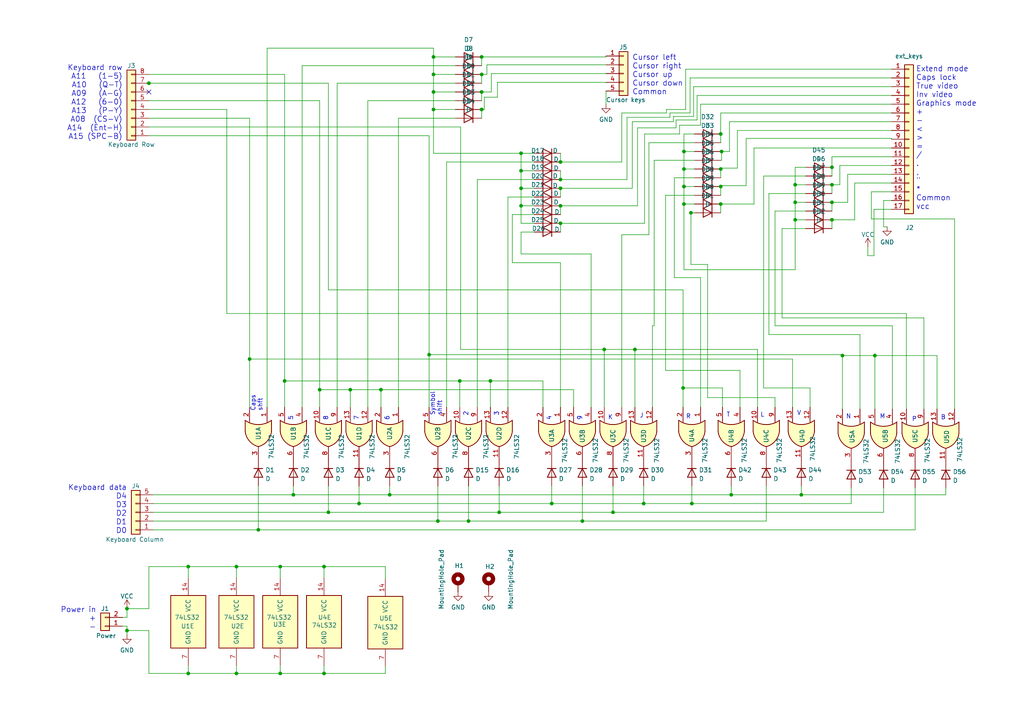
<source format=kicad_sch>
(kicad_sch (version 20211123) (generator eeschema)
  (paper "A4")
  (lib_symbols
    (symbol "74xx:74LS32" (pin_names (offset 1.016))
      (property "Reference" "U" (at 0 1.27 0))
      (property "Value" "74LS32" (at 0 -1.27 0))
      (symbol "74LS32_1_1"
        (pin input line (at -7.62 2.54 0) (length 4.318) (name "~") (number "1"))
        (pin input line (at -7.62 -2.54 0) (length 4.318) (name "~") (number "2"))
        (pin output line (at 7.62 0 180) (length 3.81) (name "~") (number "3"))
      )
      (symbol "74LS32_1_2"
        (pin input inverted (at -7.62 2.54 0) (length 3.81) (name "~") (number "1"))
        (pin input inverted (at -7.62 -2.54 0) (length 3.81) (name "~") (number "2"))
        (pin output inverted (at 7.62 0 180) (length 3.81) (name "~") (number "3"))
      )
      (symbol "74LS32_2_1"
        (pin input line (at -7.62 2.54 0) (length 4.318) (name "~") (number "4"))
        (pin input line (at -7.62 -2.54 0) (length 4.318) (name "~") (number "5"))
        (pin output line (at 7.62 0 180) (length 3.81) (name "~") (number "6"))
      )
      (symbol "74LS32_2_2"
        (pin input inverted (at -7.62 2.54 0) (length 3.81) (name "~") (number "4"))
        (pin input inverted (at -7.62 -2.54 0) (length 3.81) (name "~") (number "5"))
        (pin output inverted (at 7.62 0 180) (length 3.81) (name "~") (number "6"))
      )
      (symbol "74LS32_3_1"
        (pin input line (at -7.62 -2.54 0) (length 4.318) (name "~") (number "10"))
        (pin output line (at 7.62 0 180) (length 3.81) (name "~") (number "8"))
        (pin input line (at -7.62 2.54 0) (length 4.318) (name "~") (number "9"))
      )
      (symbol "74LS32_3_2"
        (pin input inverted (at -7.62 -2.54 0) (length 3.81) (name "~") (number "10"))
        (pin output inverted (at 7.62 0 180) (length 3.81) (name "~") (number "8"))
        (pin input inverted (at -7.62 2.54 0) (length 3.81) (name "~") (number "9"))
      )
      (symbol "74LS32_4_1"
        (pin output line (at 7.62 0 180) (length 3.81) (name "~") (number "11"))
        (pin input line (at -7.62 2.54 0) (length 4.318) (name "~") (number "12"))
        (pin input line (at -7.62 -2.54 0) (length 4.318) (name "~") (number "13"))
      )
      (symbol "74LS32_4_2"
        (pin output inverted (at 7.62 0 180) (length 3.81) (name "~") (number "11"))
        (pin input inverted (at -7.62 2.54 0) (length 3.81) (name "~") (number "12"))
        (pin input inverted (at -7.62 -2.54 0) (length 3.81) (name "~") (number "13"))
      )
      (symbol "74LS32_5_0"
        (pin power_in line (at 0 12.7 270) (length 5.08) (name "VCC") (number "14"))
        (pin power_in line (at 0 -12.7 90) (length 5.08) (name "GND") (number "7"))
      )
    )
    (symbol "Connector_Generic:Conn_01x02" (pin_names (offset 1.016) hide)
      (property "Reference" "J" (at 0 2.54 0))
      (property "Value" "Conn_01x02" (at 0 -5.08 0))
      (symbol "Conn_01x02_1_1"
        (pin passive line (at -5.08 0 0) (length 3.81) (name "Pin_1") (number "1"))
        (pin passive line (at -5.08 -2.54 0) (length 3.81) (name "Pin_2") (number "2"))
      )
    )
    (symbol "Connector_Generic:Conn_01x05" (pin_names (offset 1.016) hide)
      (property "Reference" "J" (at 0 7.62 0))
      (property "Value" "Conn_01x05" (at 0 -7.62 0))
      (symbol "Conn_01x05_1_1"
        (pin passive line (at -5.08 5.08 0) (length 3.81) (name "Pin_1") (number "1"))
        (pin passive line (at -5.08 2.54 0) (length 3.81) (name "Pin_2") (number "2"))
        (pin passive line (at -5.08 0 0) (length 3.81) (name "Pin_3") (number "3"))
        (pin passive line (at -5.08 -2.54 0) (length 3.81) (name "Pin_4") (number "4"))
        (pin passive line (at -5.08 -5.08 0) (length 3.81) (name "Pin_5") (number "5"))
      )
    )
    (symbol "Connector_Generic:Conn_01x08" (pin_names (offset 1.016) hide)
      (property "Reference" "J" (at 0 10.16 0))
      (property "Value" "Conn_01x08" (at 0 -12.7 0))
      (symbol "Conn_01x08_1_1"
        (pin passive line (at -5.08 7.62 0) (length 3.81) (name "Pin_1") (number "1"))
        (pin passive line (at -5.08 5.08 0) (length 3.81) (name "Pin_2") (number "2"))
        (pin passive line (at -5.08 2.54 0) (length 3.81) (name "Pin_3") (number "3"))
        (pin passive line (at -5.08 0 0) (length 3.81) (name "Pin_4") (number "4"))
        (pin passive line (at -5.08 -2.54 0) (length 3.81) (name "Pin_5") (number "5"))
        (pin passive line (at -5.08 -5.08 0) (length 3.81) (name "Pin_6") (number "6"))
        (pin passive line (at -5.08 -7.62 0) (length 3.81) (name "Pin_7") (number "7"))
        (pin passive line (at -5.08 -10.16 0) (length 3.81) (name "Pin_8") (number "8"))
      )
    )
    (symbol "Connector_Generic:Conn_01x17" (pin_names (offset 1.016) hide)
      (property "Reference" "J" (at 0 22.86 0))
      (property "Value" "Conn_01x17" (at 0 -22.86 0))
      (symbol "Conn_01x17_1_1"
        (pin passive line (at -5.08 20.32 0) (length 3.81) (name "Pin_1") (number "1"))
        (pin passive line (at -5.08 -2.54 0) (length 3.81) (name "Pin_10") (number "10"))
        (pin passive line (at -5.08 -5.08 0) (length 3.81) (name "Pin_11") (number "11"))
        (pin passive line (at -5.08 -7.62 0) (length 3.81) (name "Pin_12") (number "12"))
        (pin passive line (at -5.08 -10.16 0) (length 3.81) (name "Pin_13") (number "13"))
        (pin passive line (at -5.08 -12.7 0) (length 3.81) (name "Pin_14") (number "14"))
        (pin passive line (at -5.08 -15.24 0) (length 3.81) (name "Pin_15") (number "15"))
        (pin passive line (at -5.08 -17.78 0) (length 3.81) (name "Pin_16") (number "16"))
        (pin passive line (at -5.08 -20.32 0) (length 3.81) (name "Pin_17") (number "17"))
        (pin passive line (at -5.08 17.78 0) (length 3.81) (name "Pin_2") (number "2"))
        (pin passive line (at -5.08 15.24 0) (length 3.81) (name "Pin_3") (number "3"))
        (pin passive line (at -5.08 12.7 0) (length 3.81) (name "Pin_4") (number "4"))
        (pin passive line (at -5.08 10.16 0) (length 3.81) (name "Pin_5") (number "5"))
        (pin passive line (at -5.08 7.62 0) (length 3.81) (name "Pin_6") (number "6"))
        (pin passive line (at -5.08 5.08 0) (length 3.81) (name "Pin_7") (number "7"))
        (pin passive line (at -5.08 2.54 0) (length 3.81) (name "Pin_8") (number "8"))
        (pin passive line (at -5.08 0 0) (length 3.81) (name "Pin_9") (number "9"))
      )
    )
    (symbol "Device:D" (pin_numbers hide) (pin_names (offset 1.016) hide)
      (property "Reference" "D" (at 0 2.54 0))
      (property "Value" "D" (at 0 -2.54 0))
      (symbol "D_1_1"
        (pin passive line (at -3.81 0 0) (length 2.54) (name "K") (number "1"))
        (pin passive line (at 3.81 0 180) (length 2.54) (name "A") (number "2"))
      )
    )
    (symbol "Mechanical:MountingHole_Pad" (pin_numbers hide) (pin_names (offset 1.016) hide)
      (property "Reference" "H" (at 0 6.35 0))
      (property "Value" "MountingHole_Pad" (at 0 4.445 0))
      (symbol "MountingHole_Pad_1_1"
        (pin input line (at 0 -2.54 90) (length 2.54) (name "1") (number "1"))
      )
    )
    (symbol "power:GND" (power) (pin_names (offset 0))
      (property "Value" "GND" (at 0 -3.81 0))
      (symbol "GND_1_1"
        (pin power_in line (at 0 0 270) (length 0) hide (name "GND") (number "1"))
      )
    )
    (symbol "power:VCC" (power) (pin_names (offset 0))
      (property "Value" "VCC" (at 0 3.81 0))
      (symbol "VCC_1_1"
        (pin power_in line (at 0 0 90) (length 0) hide (name "VCC") (number "1"))
      )
    )
  )
  (junction (at 212.09 143.51))
  (junction (at 36.83 182.88))
  (junction (at 82.55 110.49))
  (junction (at 68.58 195.326))
  (junction (at 162.56 59.69))
  (junction (at 241.3 53.594))
  (junction (at 198.374 59.182))
  (junction (at 92.71 113.03))
  (junction (at 125.73 16.51))
  (junction (at 200.66 146.05))
  (junction (at 162.56 54.61))
  (junction (at 125.73 26.67))
  (junction (at 198.12 112.522))
  (junction (at 125.73 31.75))
  (junction (at 241.3 48.514))
  (junction (at 198.374 49.022))
  (junction (at 43.18 24.13))
  (junction (at 124.46 102.87))
  (junction (at 184.15 101.346))
  (junction (at 110.49 113.03))
  (junction (at 74.93 153.67))
  (junction (at 151.13 49.53))
  (junction (at 125.73 21.59))
  (junction (at 135.89 151.13))
  (junction (at 85.09 143.51))
  (junction (at 81.28 164.338))
  (junction (at 139.7 31.75))
  (junction (at 241.3 63.754))
  (junction (at 162.56 46.99))
  (junction (at 151.13 44.45))
  (junction (at 36.83 176.53))
  (junction (at 209.042 54.102))
  (junction (at 175.26 101.346))
  (junction (at 160.02 146.05))
  (junction (at 162.56 64.77))
  (junction (at 93.98 164.338))
  (junction (at 127 151.13))
  (junction (at 151.13 54.61))
  (junction (at 232.41 143.51))
  (junction (at 198.374 43.942))
  (junction (at 209.296 43.942))
  (junction (at 177.8 148.59))
  (junction (at 241.3 58.674))
  (junction (at 230.632 63.754))
  (junction (at 244.348 103.124))
  (junction (at 209.042 59.182))
  (junction (at 139.7 16.51))
  (junction (at 72.39 104.14))
  (junction (at 139.7 26.67))
  (junction (at 209.042 38.862))
  (junction (at 230.632 53.594))
  (junction (at 68.58 164.338))
  (junction (at 198.374 54.102))
  (junction (at 95.25 148.59))
  (junction (at 186.69 146.05))
  (junction (at 54.61 164.338))
  (junction (at 151.13 59.69))
  (junction (at 133.35 110.49))
  (junction (at 200.406 61.722))
  (junction (at 144.78 148.59))
  (junction (at 168.91 151.13))
  (junction (at 209.042 49.022))
  (junction (at 101.6 113.03))
  (junction (at 81.28 195.326))
  (junction (at 142.24 110.49))
  (junction (at 230.632 58.674))
  (junction (at 104.14 146.05))
  (junction (at 253.746 103.124))
  (junction (at 162.56 52.07))
  (junction (at 93.98 195.326))
  (junction (at 54.61 195.326))
  (junction (at 113.03 143.51))
  (junction (at 139.7 21.59))
  (no_connect (at 43.18 26.67))
  (wire (pts (xy 258.572 48.006) (xy 243.586 48.006)))
  (wire (pts (xy 142.24 118.11) (xy 142.24 110.49)))
  (wire (pts (xy 209.55 118.11) (xy 209.55 112.522)))
  (wire (pts (xy 205.232 76.708) (xy 205.232 115.316)))
  (wire (pts (xy 258.572 25.146) (xy 201.168 25.146)))
  (wire (pts (xy 162.56 64.77) (xy 162.56 67.31)))
  (wire (pts (xy 97.79 24.13) (xy 97.79 118.11)))
  (wire (pts (xy 209.042 41.402) (xy 209.042 38.862)))
  (wire (pts (xy 202.184 27.686) (xy 258.572 27.686)))
  (wire (pts (xy 274.32 143.51) (xy 232.41 143.51)))
  (wire (pts (xy 244.348 102.87) (xy 244.348 103.124)))
  (wire (pts (xy 171.45 118.11) (xy 171.45 73.66)))
  (wire (pts (xy 154.94 44.45) (xy 151.13 44.45)))
  (wire (pts (xy 189.738 46.482) (xy 189.738 94.488)))
  (wire (pts (xy 54.61 195.326) (xy 43.18 195.326)))
  (wire (pts (xy 234.95 112.522) (xy 234.95 118.11)))
  (wire (pts (xy 200.66 146.05) (xy 200.66 140.97)))
  (wire (pts (xy 162.56 76.2) (xy 148.59 76.2)))
  (wire (pts (xy 249.428 118.618) (xy 249.428 97.028)))
  (wire (pts (xy 252.73 63.5) (xy 276.86 63.5)))
  (wire (pts (xy 81.28 195.326) (xy 68.58 195.326)))
  (wire (pts (xy 148.59 76.2) (xy 148.59 62.23)))
  (wire (pts (xy 43.18 182.88) (xy 43.18 195.326)))
  (wire (pts (xy 249.428 97.028) (xy 223.012 97.028)))
  (wire (pts (xy 198.374 59.182) (xy 198.374 78.232)))
  (wire (pts (xy 195.326 33.782) (xy 201.168 33.782)))
  (wire (pts (xy 200.152 32.766) (xy 200.152 22.606)))
  (wire (pts (xy 186.69 140.97) (xy 186.69 146.05)))
  (wire (pts (xy 201.422 43.942) (xy 198.374 43.942)))
  (wire (pts (xy 95.25 84.074) (xy 198.12 84.074)))
  (wire (pts (xy 209.042 32.766) (xy 258.572 32.766)))
  (wire (pts (xy 226.822 66.294) (xy 233.68 66.294)))
  (wire (pts (xy 198.374 38.862) (xy 198.374 43.942)))
  (wire (pts (xy 265.43 141.478) (xy 265.43 153.67)))
  (wire (pts (xy 166.37 113.03) (xy 110.49 113.03)))
  (wire (pts (xy 36.83 182.88) (xy 36.83 184.15)))
  (wire (pts (xy 125.73 16.51) (xy 132.08 16.51)))
  (wire (pts (xy 177.8 140.97) (xy 177.8 148.59)))
  (wire (pts (xy 151.13 59.69) (xy 151.13 54.61)))
  (wire (pts (xy 198.374 49.022) (xy 198.374 54.102)))
  (wire (pts (xy 125.73 13.97) (xy 125.73 16.51)))
  (wire (pts (xy 35.56 181.61) (xy 36.83 181.61)))
  (wire (pts (xy 65.786 31.75) (xy 43.18 31.75)))
  (wire (pts (xy 68.58 164.338) (xy 68.58 167.64)))
  (wire (pts (xy 180.34 68.072) (xy 180.34 118.11)))
  (wire (pts (xy 200.406 61.722) (xy 201.422 61.722)))
  (wire (pts (xy 244.348 103.124) (xy 244.348 118.618)))
  (wire (pts (xy 154.94 59.69) (xy 151.13 59.69)))
  (wire (pts (xy 230.632 58.674) (xy 230.632 63.754)))
  (wire (pts (xy 203.2 36.322) (xy 203.2 30.226)))
  (wire (pts (xy 252.73 55.626) (xy 258.572 55.626)))
  (wire (pts (xy 139.7 21.59) (xy 141.224 21.59)))
  (wire (pts (xy 209.042 56.642) (xy 209.042 54.102)))
  (wire (pts (xy 184.15 118.11) (xy 184.15 101.346)))
  (wire (pts (xy 197.104 36.322) (xy 203.2 36.322)))
  (wire (pts (xy 200.406 76.708) (xy 205.232 76.708)))
  (wire (pts (xy 132.08 31.75) (xy 125.73 31.75)))
  (wire (pts (xy 93.98 164.338) (xy 81.28 164.338)))
  (wire (pts (xy 125.73 26.67) (xy 125.73 31.75)))
  (wire (pts (xy 202.184 34.798) (xy 202.184 27.686)))
  (wire (pts (xy 124.46 39.37) (xy 124.46 102.87)))
  (wire (pts (xy 189.738 94.488) (xy 189.23 94.488)))
  (wire (pts (xy 175.26 101.346) (xy 175.26 118.11)))
  (wire (pts (xy 142.494 21.336) (xy 175.768 21.336)))
  (wire (pts (xy 201.422 56.642) (xy 193.04 56.642)))
  (wire (pts (xy 258.572 40.132) (xy 258.572 40.386)))
  (wire (pts (xy 111.76 167.894) (xy 111.76 164.338)))
  (wire (pts (xy 197.104 38.862) (xy 197.104 36.322)))
  (wire (pts (xy 36.83 176.53) (xy 43.18 176.53)))
  (wire (pts (xy 193.294 32.766) (xy 193.294 31.75)))
  (wire (pts (xy 223.012 56.134) (xy 233.68 56.134)))
  (wire (pts (xy 81.28 193.04) (xy 81.28 195.326)))
  (wire (pts (xy 201.422 46.482) (xy 189.738 46.482)))
  (wire (pts (xy 209.042 53.848) (xy 216.408 53.848)))
  (wire (pts (xy 139.7 16.51) (xy 139.7 19.05)))
  (wire (pts (xy 138.43 118.11) (xy 138.43 52.07)))
  (wire (pts (xy 188.214 68.072) (xy 180.34 68.072)))
  (wire (pts (xy 209.042 49.022) (xy 209.042 48.768)))
  (wire (pts (xy 154.94 57.15) (xy 147.32 57.15)))
  (wire (pts (xy 82.55 21.59) (xy 82.55 110.49)))
  (wire (pts (xy 154.94 54.61) (xy 151.13 54.61)))
  (wire (pts (xy 267.97 92.202) (xy 226.822 92.202)))
  (wire (pts (xy 77.47 13.97) (xy 77.47 118.11)))
  (wire (pts (xy 87.63 19.05) (xy 87.63 118.11)))
  (wire (pts (xy 224.79 115.316) (xy 224.79 118.11)))
  (wire (pts (xy 68.58 164.338) (xy 54.61 164.338)))
  (wire (pts (xy 243.586 48.006) (xy 243.586 53.594)))
  (wire (pts (xy 139.7 16.51) (xy 175.768 16.51)))
  (wire (pts (xy 65.786 90.932) (xy 65.786 31.75)))
  (wire (pts (xy 54.61 164.338) (xy 54.61 167.64)))
  (wire (pts (xy 125.73 21.59) (xy 125.73 16.51)))
  (wire (pts (xy 258.572 35.306) (xy 211.582 35.306)))
  (wire (pts (xy 230.632 63.754) (xy 233.68 63.754)))
  (wire (pts (xy 151.13 73.66) (xy 151.13 67.31)))
  (wire (pts (xy 82.55 110.49) (xy 82.55 118.11)))
  (wire (pts (xy 246.888 141.478) (xy 246.888 146.05)))
  (wire (pts (xy 198.12 84.074) (xy 198.12 112.522)))
  (wire (pts (xy 216.408 40.132) (xy 258.572 40.132)))
  (wire (pts (xy 151.13 44.45) (xy 125.73 44.45)))
  (wire (pts (xy 160.02 140.97) (xy 160.02 146.05)))
  (wire (pts (xy 216.408 53.848) (xy 216.408 40.132)))
  (wire (pts (xy 241.3 58.42) (xy 241.3 58.674)))
  (wire (pts (xy 124.46 102.87) (xy 124.46 118.11)))
  (wire (pts (xy 256.286 148.59) (xy 177.8 148.59)))
  (wire (pts (xy 72.39 104.14) (xy 229.87 104.14)))
  (wire (pts (xy 226.822 92.202) (xy 226.822 66.294)))
  (wire (pts (xy 188.214 41.402) (xy 188.214 68.072)))
  (wire (pts (xy 181.864 34.036) (xy 194.31 34.036)))
  (wire (pts (xy 211.582 35.306) (xy 211.582 43.942)))
  (wire (pts (xy 139.7 26.67) (xy 142.494 26.67)))
  (wire (pts (xy 151.13 64.77) (xy 151.13 59.69)))
  (wire (pts (xy 168.91 151.13) (xy 135.89 151.13)))
  (wire (pts (xy 162.56 54.61) (xy 183.388 54.61)))
  (wire (pts (xy 221.488 112.522) (xy 234.95 112.522)))
  (wire (pts (xy 54.61 193.04) (xy 54.61 195.326)))
  (wire (pts (xy 233.68 61.214) (xy 224.79 61.214)))
  (wire (pts (xy 256.286 141.478) (xy 256.286 148.59)))
  (wire (pts (xy 241.3 58.674) (xy 245.872 58.674)))
  (wire (pts (xy 198.374 49.022) (xy 201.422 49.022)))
  (wire (pts (xy 194.31 34.036) (xy 194.31 32.766)))
  (wire (pts (xy 133.35 110.49) (xy 133.35 118.11)))
  (wire (pts (xy 276.86 63.5) (xy 276.86 118.618)))
  (wire (pts (xy 193.04 107.442) (xy 214.63 107.442)))
  (wire (pts (xy 95.25 24.13) (xy 95.25 84.074)))
  (wire (pts (xy 213.868 48.768) (xy 213.868 37.846)))
  (wire (pts (xy 198.374 43.942) (xy 198.374 49.022)))
  (wire (pts (xy 214.63 107.442) (xy 214.63 118.11)))
  (wire (pts (xy 241.3 63.754) (xy 247.904 63.754)))
  (wire (pts (xy 209.296 46.482) (xy 209.296 43.942)))
  (wire (pts (xy 125.73 44.45) (xy 125.73 31.75)))
  (wire (pts (xy 110.49 113.03) (xy 110.49 118.11)))
  (wire (pts (xy 241.3 63.754) (xy 241.3 66.294)))
  (wire (pts (xy 271.78 103.124) (xy 271.78 118.618)))
  (wire (pts (xy 175.768 23.876) (xy 144.272 23.876)))
  (wire (pts (xy 125.73 21.59) (xy 125.73 26.67)))
  (wire (pts (xy 203.2 80.518) (xy 195.58 80.518)))
  (wire (pts (xy 36.83 179.07) (xy 36.83 176.53)))
  (wire (pts (xy 200.152 61.722) (xy 200.406 61.722)))
  (wire (pts (xy 148.59 62.23) (xy 154.94 62.23)))
  (wire (pts (xy 253.746 103.124) (xy 271.78 103.124)))
  (wire (pts (xy 218.694 59.182) (xy 209.042 59.182)))
  (wire (pts (xy 252.73 63.5) (xy 252.73 55.626)))
  (wire (pts (xy 104.14 140.97) (xy 104.14 146.05)))
  (wire (pts (xy 258.826 94.488) (xy 258.826 118.618)))
  (wire (pts (xy 256.286 65.786) (xy 257.302 65.786)))
  (wire (pts (xy 230.632 63.754) (xy 230.632 78.232)))
  (wire (pts (xy 154.94 64.77) (xy 151.13 64.77)))
  (wire (pts (xy 68.58 195.326) (xy 54.61 195.326)))
  (wire (pts (xy 77.47 13.97) (xy 125.73 13.97)))
  (wire (pts (xy 212.09 143.51) (xy 232.41 143.51)))
  (wire (pts (xy 219.71 118.11) (xy 219.71 101.346)))
  (wire (pts (xy 175.768 26.416) (xy 175.768 30.226)))
  (wire (pts (xy 129.54 46.99) (xy 129.54 118.11)))
  (wire (pts (xy 262.89 90.932) (xy 65.786 90.932)))
  (wire (pts (xy 151.13 67.31) (xy 154.94 67.31)))
  (wire (pts (xy 44.45 148.59) (xy 95.25 148.59)))
  (wire (pts (xy 245.872 50.546) (xy 258.572 50.546)))
  (wire (pts (xy 127 151.13) (xy 127 140.97)))
  (wire (pts (xy 141.224 18.796) (xy 141.224 21.59)))
  (wire (pts (xy 162.56 54.61) (xy 162.56 57.15)))
  (wire (pts (xy 186.69 146.05) (xy 200.66 146.05)))
  (wire (pts (xy 133.604 36.83) (xy 133.604 101.346)))
  (wire (pts (xy 177.8 148.59) (xy 144.78 148.59)))
  (wire (pts (xy 162.56 49.53) (xy 162.56 52.07)))
  (wire (pts (xy 154.94 46.99) (xy 129.54 46.99)))
  (wire (pts (xy 258.572 22.606) (xy 200.152 22.606)))
  (wire (pts (xy 85.09 140.97) (xy 85.09 143.51)))
  (wire (pts (xy 87.63 19.05) (xy 132.08 19.05)))
  (wire (pts (xy 253.746 118.618) (xy 253.746 103.124)))
  (wire (pts (xy 230.632 53.594) (xy 233.68 53.594)))
  (wire (pts (xy 186.944 38.862) (xy 197.104 38.862)))
  (wire (pts (xy 135.89 151.13) (xy 127 151.13)))
  (wire (pts (xy 201.422 41.402) (xy 188.214 41.402)))
  (wire (pts (xy 72.39 104.14) (xy 72.39 118.11)))
  (wire (pts (xy 144.78 148.59) (xy 95.25 148.59)))
  (wire (pts (xy 181.864 34.036) (xy 181.864 52.07)))
  (wire (pts (xy 115.57 34.29) (xy 132.08 34.29)))
  (wire (pts (xy 180.34 32.766) (xy 180.34 46.99)))
  (wire (pts (xy 139.7 26.67) (xy 139.7 29.21)))
  (wire (pts (xy 166.37 118.11) (xy 166.37 113.03)))
  (wire (pts (xy 233.68 48.514) (xy 230.632 48.514)))
  (wire (pts (xy 139.7 21.59) (xy 139.7 24.13)))
  (wire (pts (xy 43.18 164.338) (xy 43.18 176.53)))
  (wire (pts (xy 230.632 53.594) (xy 230.632 58.674)))
  (wire (pts (xy 243.586 53.594) (xy 241.3 53.594)))
  (wire (pts (xy 183.388 35.306) (xy 195.326 35.306)))
  (wire (pts (xy 132.08 21.59) (xy 125.73 21.59)))
  (wire (pts (xy 209.042 59.182) (xy 209.042 61.722)))
  (wire (pts (xy 72.39 34.29) (xy 43.18 34.29)))
  (wire (pts (xy 241.3 63.5) (xy 241.3 63.754)))
  (wire (pts (xy 241.3 53.594) (xy 241.3 56.134)))
  (wire (pts (xy 43.18 24.13) (xy 95.25 24.13)))
  (wire (pts (xy 44.45 143.51) (xy 85.09 143.51)))
  (wire (pts (xy 245.872 58.674) (xy 245.872 50.546)))
  (wire (pts (xy 138.43 52.07) (xy 154.94 52.07)))
  (wire (pts (xy 205.232 115.316) (xy 224.79 115.316)))
  (wire (pts (xy 209.55 112.522) (xy 198.12 112.522)))
  (wire (pts (xy 81.28 164.338) (xy 81.28 167.64)))
  (wire (pts (xy 142.494 26.67) (xy 142.494 21.336)))
  (wire (pts (xy 162.56 44.45) (xy 162.56 46.99)))
  (wire (pts (xy 111.76 193.294) (xy 111.76 195.326)))
  (wire (pts (xy 198.882 20.066) (xy 198.882 31.75)))
  (wire (pts (xy 175.768 16.256) (xy 175.768 16.51)))
  (wire (pts (xy 162.56 52.07) (xy 181.864 52.07)))
  (wire (pts (xy 144.272 28.194) (xy 140.462 28.194)))
  (wire (pts (xy 222.25 140.97) (xy 222.25 151.13)))
  (wire (pts (xy 247.904 53.086) (xy 258.572 53.086)))
  (wire (pts (xy 246.888 146.05) (xy 200.66 146.05)))
  (wire (pts (xy 258.572 60.706) (xy 253.492 60.706)))
  (wire (pts (xy 195.58 51.562) (xy 201.422 51.562)))
  (wire (pts (xy 201.168 33.782) (xy 201.168 25.146)))
  (wire (pts (xy 162.56 59.69) (xy 162.56 62.23)))
  (wire (pts (xy 209.042 46.482) (xy 209.296 46.482)))
  (wire (pts (xy 241.3 51.054) (xy 241.3 48.514)))
  (wire (pts (xy 193.04 56.642) (xy 193.04 107.442)))
  (wire (pts (xy 93.98 195.326) (xy 81.28 195.326)))
  (wire (pts (xy 93.98 164.338) (xy 93.98 167.64)))
  (wire (pts (xy 195.58 80.518) (xy 195.58 51.562)))
  (wire (pts (xy 194.31 32.766) (xy 200.152 32.766)))
  (wire (pts (xy 201.422 38.862) (xy 198.374 38.862)))
  (wire (pts (xy 221.488 51.054) (xy 233.68 51.054)))
  (wire (pts (xy 209.042 54.102) (xy 209.042 53.848)))
  (wire (pts (xy 241.3 45.466) (xy 258.572 45.466)))
  (wire (pts (xy 113.03 143.51) (xy 85.09 143.51)))
  (wire (pts (xy 256.286 58.166) (xy 256.286 65.786)))
  (wire (pts (xy 154.94 49.53) (xy 151.13 49.53)))
  (wire (pts (xy 265.43 153.67) (xy 74.93 153.67)))
  (wire (pts (xy 274.32 141.478) (xy 274.32 143.51)))
  (wire (pts (xy 221.488 51.054) (xy 221.488 112.522)))
  (wire (pts (xy 198.374 54.102) (xy 198.374 59.182)))
  (wire (pts (xy 43.18 39.37) (xy 124.46 39.37)))
  (wire (pts (xy 223.012 97.028) (xy 223.012 56.134)))
  (wire (pts (xy 111.76 195.326) (xy 93.98 195.326)))
  (wire (pts (xy 44.45 153.67) (xy 74.93 153.67)))
  (wire (pts (xy 43.18 29.21) (xy 92.71 29.21)))
  (wire (pts (xy 203.2 118.11) (xy 203.2 80.518)))
  (wire (pts (xy 162.56 64.77) (xy 186.944 64.77)))
  (wire (pts (xy 184.912 37.084) (xy 184.912 59.69)))
  (wire (pts (xy 151.13 49.53) (xy 151.13 44.45)))
  (wire (pts (xy 160.02 146.05) (xy 104.14 146.05)))
  (wire (pts (xy 92.71 113.03) (xy 101.6 113.03)))
  (wire (pts (xy 133.604 101.346) (xy 175.26 101.346)))
  (wire (pts (xy 209.042 48.768) (xy 213.868 48.768)))
  (wire (pts (xy 140.462 28.194) (xy 140.462 31.75)))
  (wire (pts (xy 212.09 140.97) (xy 212.09 143.51)))
  (wire (pts (xy 232.41 140.97) (xy 232.41 143.51)))
  (wire (pts (xy 258.572 58.166) (xy 256.286 58.166)))
  (wire (pts (xy 209.042 38.862) (xy 209.042 32.766)))
  (wire (pts (xy 157.48 110.49) (xy 142.24 110.49)))
  (wire (pts (xy 198.882 20.066) (xy 258.572 20.066)))
  (wire (pts (xy 184.912 37.084) (xy 196.088 37.084)))
  (wire (pts (xy 115.57 34.29) (xy 115.57 118.11)))
  (wire (pts (xy 175.26 101.346) (xy 184.15 101.346)))
  (wire (pts (xy 95.25 140.97) (xy 95.25 148.59)))
  (wire (pts (xy 54.61 164.338) (xy 43.18 164.338)))
  (wire (pts (xy 106.68 29.21) (xy 106.68 118.11)))
  (wire (pts (xy 193.294 31.75) (xy 198.882 31.75)))
  (wire (pts (xy 101.6 113.03) (xy 110.49 113.03)))
  (wire (pts (xy 82.55 110.49) (xy 133.35 110.49)))
  (wire (pts (xy 230.632 78.232) (xy 198.374 78.232)))
  (wire (pts (xy 218.694 42.926) (xy 218.694 59.182)))
  (wire (pts (xy 196.088 34.798) (xy 202.184 34.798)))
  (wire (pts (xy 93.98 193.04) (xy 93.98 195.326)))
  (wire (pts (xy 195.326 35.306) (xy 195.326 33.782)))
  (wire (pts (xy 230.632 58.674) (xy 233.68 58.674)))
  (wire (pts (xy 253.492 60.706) (xy 253.492 74.168)))
  (wire (pts (xy 224.79 61.214) (xy 224.79 94.488)))
  (wire (pts (xy 81.28 164.338) (xy 68.58 164.338)))
  (wire (pts (xy 35.56 179.07) (xy 36.83 179.07)))
  (wire (pts (xy 43.18 36.83) (xy 133.604 36.83)))
  (wire (pts (xy 198.374 54.102) (xy 201.422 54.102)))
  (wire (pts (xy 203.2 30.226) (xy 258.572 30.226)))
  (wire (pts (xy 262.89 118.618) (xy 262.89 90.932)))
  (wire (pts (xy 144.78 140.97) (xy 144.78 148.59)))
  (wire (pts (xy 139.7 31.75) (xy 139.7 34.29)))
  (wire (pts (xy 113.03 140.97) (xy 113.03 143.51)))
  (wire (pts (xy 68.58 193.04) (xy 68.58 195.326)))
  (wire (pts (xy 44.45 146.05) (xy 104.14 146.05)))
  (wire (pts (xy 135.89 140.97) (xy 135.89 151.13)))
  (wire (pts (xy 113.03 143.51) (xy 212.09 143.51)))
  (wire (pts (xy 180.34 32.766) (xy 193.294 32.766)))
  (wire (pts (xy 106.68 29.21) (xy 132.08 29.21)))
  (wire (pts (xy 209.042 43.942) (xy 209.296 43.942)))
  (wire (pts (xy 162.56 46.99) (xy 180.34 46.99)))
  (wire (pts (xy 253.746 103.124) (xy 244.348 103.124)))
  (wire (pts (xy 74.93 140.97) (xy 74.93 153.67)))
  (wire (pts (xy 184.15 101.346) (xy 219.71 101.346)))
  (wire (pts (xy 147.32 57.15) (xy 147.32 118.11)))
  (wire (pts (xy 160.02 146.05) (xy 186.69 146.05)))
  (wire (pts (xy 253.492 74.168) (xy 251.714 74.168)))
  (wire (pts (xy 189.23 94.488) (xy 189.23 118.11)))
  (wire (pts (xy 140.462 31.75) (xy 139.7 31.75)))
  (wire (pts (xy 222.25 151.13) (xy 168.91 151.13)))
  (wire (pts (xy 209.296 43.942) (xy 211.582 43.942)))
  (wire (pts (xy 224.79 94.488) (xy 258.826 94.488)))
  (wire (pts (xy 229.87 104.14) (xy 229.87 118.11)))
  (wire (pts (xy 267.97 118.618) (xy 267.97 92.202)))
  (wire (pts (xy 196.088 37.084) (xy 196.088 34.798)))
  (wire (pts (xy 198.374 59.182) (xy 201.422 59.182)))
  (wire (pts (xy 124.46 102.87) (xy 244.348 102.87)))
  (wire (pts (xy 162.56 118.11) (xy 162.56 76.2)))
  (wire (pts (xy 144.272 23.876) (xy 144.272 28.194)))
  (wire (pts (xy 251.714 71.628) (xy 251.714 74.168)))
  (wire (pts (xy 241.3 48.514) (xy 241.3 45.466)))
  (wire (pts (xy 258.572 42.926) (xy 218.694 42.926)))
  (wire (pts (xy 72.39 34.29) (xy 72.39 104.14)))
  (wire (pts (xy 157.48 118.11) (xy 157.48 110.49)))
  (wire (pts (xy 36.83 182.88) (xy 43.18 182.88)))
  (wire (pts (xy 92.71 29.21) (xy 92.71 113.03)))
  (wire (pts (xy 183.388 35.306) (xy 183.388 54.61)))
  (wire (pts (xy 213.868 37.846) (xy 258.572 37.846)))
  (wire (pts (xy 168.91 140.97) (xy 168.91 151.13)))
  (wire (pts (xy 44.45 151.13) (xy 127 151.13)))
  (wire (pts (xy 162.56 59.69) (xy 184.912 59.69)))
  (wire (pts (xy 200.406 61.722) (xy 200.406 76.708)))
  (wire (pts (xy 198.12 112.522) (xy 198.12 118.11)))
  (wire (pts (xy 247.904 63.754) (xy 247.904 53.086)))
  (wire (pts (xy 186.944 38.862) (xy 186.944 64.77)))
  (wire (pts (xy 132.08 26.67) (xy 125.73 26.67)))
  (wire (pts (xy 97.79 24.13) (xy 132.08 24.13)))
  (wire (pts (xy 111.76 164.338) (xy 93.98 164.338)))
  (wire (pts (xy 101.6 113.03) (xy 101.6 118.11)))
  (wire (pts (xy 230.632 48.514) (xy 230.632 53.594)))
  (wire (pts (xy 142.24 110.49) (xy 133.35 110.49)))
  (wire (pts (xy 92.71 113.03) (xy 92.71 118.11)))
  (wire (pts (xy 43.18 21.59) (xy 82.55 21.59)))
  (wire (pts (xy 151.13 54.61) (xy 151.13 49.53)))
  (wire (pts (xy 175.768 18.796) (xy 141.224 18.796)))
  (wire (pts (xy 241.3 58.674) (xy 241.3 61.214)))
  (wire (pts (xy 36.83 181.61) (xy 36.83 182.88)))
  (wire (pts (xy 209.042 51.562) (xy 209.042 49.022)))
  (wire (pts (xy 42.926 24.13) (xy 43.18 24.13)))
  (wire (pts (xy 171.45 73.66) (xy 151.13 73.66)))
  (text "3" (at 144.78 119.38 270) (effects (font (size 1.27 1.27)) (justify right bottom)))
  (text "6" (at 113.03 120.65 270) (effects (font (size 1.27 1.27)) (justify right bottom)))
  (text "5" (at 85.09 120.65 270) (effects (font (size 1.27 1.27)) (justify right bottom)))
  (text "Power in\n+\n-" (at 27.94 182.88 180) (effects (font (size 1.55 1.55)) (justify right bottom)))
  (text "Caps\nshft" (at 76.2 119.38 90) (effects (font (size 1.27 1.27)) (justify left bottom)))
  (text "Cursor left\nCursor right\nCursor up\nCursor down\nCommon" (at 183.388 27.686 0) (effects (font (size 1.55 1.55)) (justify left bottom)))
  (text "7" (at 104.14 120.65 270) (effects (font (size 1.27 1.27)) (justify right bottom)))
  (text "M" (at 256.794 121.666 180) (effects (font (size 1.27 1.27)) (justify right bottom)))
  (text "J" (at 186.69 121.412 180) (effects (font (size 1.27 1.27)) (justify right bottom)))
  (text "T" (at 211.836 121.158 180) (effects (font (size 1.27 1.27)) (justify right bottom)))
  (text "P" (at 265.938 122.428 180) (effects (font (size 1.27 1.27)) (justify right bottom)))
  (text "Extend mode\nCaps lock\nTrue video\nInv video\nGraphics mode\n+\n-\n<\n>\n=\n/\n.\n,\n\"\n*\nCommon\nvcc" (at 265.684 60.96 0) (effects (font (size 1.55 1.55)) (justify left bottom)))
  (text "V" (at 232.41 120.65 180) (effects (font (size 1.27 1.27)) (justify right bottom)))
  (text "K" (at 177.8 121.92 180) (effects (font (size 1.27 1.27)) (justify right bottom)))
  (text "R" (at 200.406 121.666 180) (effects (font (size 1.27 1.27)) (justify right bottom)))
  (text "8" (at 95.25 120.65 270) (effects (font (size 1.27 1.27)) (justify right bottom)))
  (text "Symbol\nshift" (at 128.27 120.65 90) (effects (font (size 1.27 1.27)) (justify left bottom)))
  (text "L" (at 221.742 121.158 180) (effects (font (size 1.27 1.27)) (justify right bottom)))
  (text "N" (at 246.888 121.666 180) (effects (font (size 1.27 1.27)) (justify right bottom)))
  (text "B" (at 274.32 121.92 180) (effects (font (size 1.27 1.27)) (justify right bottom)))
  (text "Keyboard data\nD4\nD3\nD2\nD1\nD0" (at 36.83 154.94 180) (effects (font (size 1.55 1.55)) (justify right bottom)))
  (text "9" (at 168.91 120.65 270) (effects (font (size 1.27 1.27)) (justify right bottom)))
  (text "2" (at 135.89 119.38 270) (effects (font (size 1.27 1.27)) (justify right bottom)))
  (text "4" (at 160.02 120.65 270) (effects (font (size 1.27 1.27)) (justify right bottom)))
  (text "Keyboard row\nA11   (1-5)\nA10   (Q-T)\nA09   (A-G)\nA12   (6-0)\nA13   (P-Y)\nA08  (CS-V)\nA14  (Ent-H)\nA15 (SPC-B)" (at 35.56 40.64 0) (effects (font (size 1.55 1.55)) (justify right bottom)))
  (symbol (lib_id "Device:D") (at 144.78 137.16 270) (unit 1)
    (property "Reference" "D16" (at 146.812 136.3253 90) (effects (justify left)))
    (property "Value" "D" (at 146.812 138.8622 90) (effects (justify left)))
    (property "Footprint" "Diode_THT:D_A-405_P7.62mm_Horizontal" (effects hide))
  )
  (symbol (lib_id "74xx:74LS32") (at 212.09 125.73 270) (unit 2)
    (property "Reference" "U4" (at 212.09 124.46 0) (effects (justify left)))
    (property "Value" "74LS32" (at 215.9 127 0) (effects (justify left)))
    (property "Footprint" "Package_DIP:DIP-14_W7.62mm_LongPads" (effects hide))
    (property "Datasheet" "http://www.ti.com/lit/gpn/sn74LS32" (effects hide))
  )
  (symbol (lib_id "Device:D") (at 212.09 137.16 270) (unit 1)
    (property "Reference" "D42" (at 214.122 136.3253 90) (effects (justify left)))
    (property "Value" "D" (at 214.122 138.8622 90) (effects (justify left)))
    (property "Footprint" "Diode_THT:D_A-405_P7.62mm_Horizontal" (effects hide))
  )
  (symbol (lib_id "74xx:74LS32") (at 186.69 125.73 270) (unit 4)
    (property "Reference" "U3" (at 186.69 124.46 0) (effects (justify left)))
    (property "Value" "74LS32" (at 190.5 127 0) (effects (justify left)))
    (property "Footprint" "Package_DIP:DIP-14_W7.62mm_LongPads" (effects hide))
    (property "Datasheet" "http://www.ti.com/lit/gpn/sn74LS32" (effects hide))
  )
  (symbol (lib_id "Device:D") (at 158.75 64.77 180) (unit 1)
    (property "Reference" "D25" (at 155.956 63.754 0))
    (property "Value" "D" (at 161.29 64.008 0))
    (property "Footprint" "Diode_THT:D_A-405_P7.62mm_Horizontal" (effects hide))
  )
  (symbol (lib_id "Device:D") (at 237.49 61.214 180) (unit 1)
    (property "Reference" "D50" (at 237.49 56.2442 0))
    (property "Value" "D" (at 237.49 58.7811 0))
    (property "Footprint" "Diode_THT:D_A-405_P7.62mm_Horizontal" (effects hide))
  )
  (symbol (lib_id "Device:D") (at 158.75 54.61 180) (unit 1)
    (property "Reference" "D21" (at 155.956 53.594 0))
    (property "Value" "D" (at 161.036 53.848 0))
    (property "Footprint" "Diode_THT:D_A-405_P7.62mm_Horizontal" (effects hide))
  )
  (symbol (lib_id "74xx:74LS32") (at 265.43 126.238 270) (unit 3)
    (property "Reference" "U5" (at 265.43 124.46 0) (effects (justify left)))
    (property "Value" "74LS32" (at 268.986 127 0) (effects (justify left)))
    (property "Footprint" "Package_DIP:DIP-14_W7.62mm_LongPads" (effects hide))
    (property "Datasheet" "http://www.ti.com/lit/gpn/sn74LS32" (effects hide))
  )
  (symbol (lib_id "74xx:74LS32") (at 168.91 125.73 270) (unit 2)
    (property "Reference" "U3" (at 168.91 124.46 0) (effects (justify left)))
    (property "Value" "74LS32" (at 172.72 127 0) (effects (justify left)))
    (property "Footprint" "Package_DIP:DIP-14_W7.62mm_LongPads" (effects hide))
    (property "Datasheet" "http://www.ti.com/lit/gpn/sn74LS32" (effects hide))
  )
  (symbol (lib_id "Device:D") (at 135.89 29.21 180) (unit 1)
    (property "Reference" "D12" (at 135.89 24.2402 0))
    (property "Value" "D" (at 135.89 26.7771 0))
    (property "Footprint" "Diode_THT:D_A-405_P7.62mm_Horizontal" (effects hide))
  )
  (symbol (lib_id "Device:D") (at 135.89 26.67 180) (unit 1)
    (property "Reference" "D11" (at 135.89 21.7002 0))
    (property "Value" "D" (at 135.89 24.2371 0))
    (property "Footprint" "Diode_THT:D_A-405_P7.62mm_Horizontal" (effects hide))
  )
  (symbol (lib_id "74xx:74LS32") (at 68.58 180.34 0) (unit 5)
    (property "Reference" "U2" (at 70.866 181.61 0) (effects (justify right)))
    (property "Value" "74LS32" (at 72.136 179.07 0) (effects (justify right)))
    (property "Footprint" "Package_DIP:DIP-14_W7.62mm_LongPads" (effects hide))
    (property "Datasheet" "http://www.ti.com/lit/gpn/sn74LS32" (effects hide))
  )
  (symbol (lib_id "74xx:74LS32") (at 81.28 180.34 0) (unit 5)
    (property "Reference" "U3" (at 83.058 181.102 0) (effects (justify right)))
    (property "Value" "74LS32" (at 84.582 179.07 0) (effects (justify right)))
    (property "Footprint" "Package_DIP:DIP-14_W7.62mm_LongPads" (effects hide))
    (property "Datasheet" "http://www.ti.com/lit/gpn/sn74LS32" (effects hide))
  )
  (symbol (lib_id "Device:D") (at 158.75 52.07 180) (unit 1)
    (property "Reference" "D20" (at 155.956 51.054 0))
    (property "Value" "D" (at 161.036 51.054 0))
    (property "Footprint" "Diode_THT:D_A-405_P7.62mm_Horizontal" (effects hide))
  )
  (symbol (lib_id "Mechanical:MountingHole_Pad") (at 141.732 169.164 0) (unit 1)
    (property "Reference" "H2" (at 140.716 164.338 0) (effects (justify left)))
    (property "Value" "MountingHole_Pad" (at 148.082 176.784 90) (effects (justify left)))
    (property "Footprint" "MountingHole:MountingHole_3.5mm_Pad" (effects hide))
  )
  (symbol (lib_id "74xx:74LS32") (at 74.93 125.73 270) (unit 1)
    (property "Reference" "U1" (at 74.93 125.73 0))
    (property "Value" "74LS32" (at 78.74 129.54 0))
    (property "Footprint" "Package_DIP:DIP-14_W7.62mm_LongPads" (effects hide))
    (property "Datasheet" "http://www.ti.com/lit/gpn/sn74LS32" (effects hide))
  )
  (symbol (lib_id "Device:D") (at 256.286 137.668 270) (unit 1)
    (property "Reference" "D54" (at 258.318 136.8333 90) (effects (justify left)))
    (property "Value" "D" (at 258.318 139.3702 90) (effects (justify left)))
    (property "Footprint" "Diode_THT:D_A-405_P7.62mm_Horizontal" (effects hide))
  )
  (symbol (lib_id "Connector_Generic:Conn_01x08") (at 38.1 31.75 180) (unit 1)
    (property "Reference" "J3" (at 38.1 19.05 0))
    (property "Value" "Keyboard Row" (at 38.1 41.91 0))
    (property "Footprint" "Connector_PinSocket_2.54mm:PinSocket_1x08_P2.54mm_Horizontal" (effects hide))
  )
  (symbol (lib_id "74xx:74LS32") (at 113.03 125.73 270) (unit 1)
    (property "Reference" "U2" (at 113.03 125.73 0))
    (property "Value" "74LS32" (at 118.11 129.54 0))
    (property "Footprint" "Package_DIP:DIP-14_W7.62mm_LongPads" (effects hide))
    (property "Datasheet" "http://www.ti.com/lit/gpn/sn74LS32" (effects hide))
  )
  (symbol (lib_id "Device:D") (at 74.93 137.16 270) (unit 1)
    (property "Reference" "D1" (at 76.962 136.3253 90) (effects (justify left)))
    (property "Value" "D" (at 76.962 138.8622 90) (effects (justify left)))
    (property "Footprint" "Diode_THT:D_A-405_P7.62mm_Horizontal" (effects hide))
  )
  (symbol (lib_id "Device:D") (at 205.232 51.562 180) (unit 1)
    (property "Reference" "D37" (at 205.232 46.5922 0))
    (property "Value" "D" (at 205.232 49.1291 0))
    (property "Footprint" "Diode_THT:D_A-405_P7.62mm_Horizontal" (effects hide))
  )
  (symbol (lib_id "Device:D") (at 237.49 56.134 180) (unit 1)
    (property "Reference" "D48" (at 237.49 51.1642 0))
    (property "Value" "D" (at 237.49 53.7011 0))
    (property "Footprint" "Diode_THT:D_A-405_P7.62mm_Horizontal" (effects hide))
  )
  (symbol (lib_id "Device:D") (at 85.09 137.16 270) (unit 1)
    (property "Reference" "D2" (at 87.122 136.3253 90) (effects (justify left)))
    (property "Value" "D" (at 87.122 138.8622 90) (effects (justify left)))
    (property "Footprint" "Diode_THT:D_A-405_P7.62mm_Horizontal" (effects hide))
  )
  (symbol (lib_id "Device:D") (at 135.89 24.13 180) (unit 1)
    (property "Reference" "D10" (at 135.89 19.1602 0))
    (property "Value" "D" (at 135.89 21.6971 0))
    (property "Footprint" "Diode_THT:D_A-405_P7.62mm_Horizontal" (effects hide))
  )
  (symbol (lib_id "74xx:74LS32") (at 104.14 125.73 270) (unit 4)
    (property "Reference" "U1" (at 104.14 125.73 0))
    (property "Value" "74LS32" (at 107.95 129.54 0))
    (property "Footprint" "Package_DIP:DIP-14_W7.62mm_LongPads" (effects hide))
    (property "Datasheet" "http://www.ti.com/lit/gpn/sn74LS32" (effects hide))
  )
  (symbol (lib_id "74xx:74LS32") (at 54.61 180.34 0) (unit 5)
    (property "Reference" "U1" (at 56.388 181.61 0) (effects (justify right)))
    (property "Value" "74LS32" (at 57.912 179.07 0) (effects (justify right)))
    (property "Footprint" "Package_DIP:DIP-14_W7.62mm_LongPads" (effects hide))
    (property "Datasheet" "http://www.ti.com/lit/gpn/sn74LS32" (effects hide))
  )
  (symbol (lib_id "74xx:74LS32") (at 127 125.73 270) (unit 2)
    (property "Reference" "U2" (at 127 125.73 0))
    (property "Value" "74LS32" (at 132.08 129.54 0))
    (property "Footprint" "Package_DIP:DIP-14_W7.62mm_LongPads" (effects hide))
    (property "Datasheet" "http://www.ti.com/lit/gpn/sn74LS32" (effects hide))
  )
  (symbol (lib_id "74xx:74LS32") (at 144.78 125.73 270) (unit 4)
    (property "Reference" "U2" (at 144.78 125.73 0))
    (property "Value" "74LS32" (at 149.86 129.54 0))
    (property "Footprint" "Package_DIP:DIP-14_W7.62mm_LongPads" (effects hide))
    (property "Datasheet" "http://www.ti.com/lit/gpn/sn74LS32" (effects hide))
  )
  (symbol (lib_id "Device:D") (at 237.49 51.054 180) (unit 1)
    (property "Reference" "D46" (at 237.49 46.0842 0))
    (property "Value" "D" (at 237.49 48.6211 0))
    (property "Footprint" "Diode_THT:D_A-405_P7.62mm_Horizontal" (effects hide))
  )
  (symbol (lib_id "Device:D") (at 237.49 48.514 180) (unit 1)
    (property "Reference" "D45" (at 237.49 43.5442 0))
    (property "Value" "D" (at 237.49 46.0811 0))
    (property "Footprint" "Diode_THT:D_A-405_P7.62mm_Horizontal" (effects hide))
  )
  (symbol (lib_id "Device:D") (at 265.43 137.668 270) (unit 1)
    (property "Reference" "D55" (at 267.462 136.8333 90) (effects (justify left)))
    (property "Value" "D" (at 267.462 139.3702 90) (effects (justify left)))
    (property "Footprint" "Diode_THT:D_A-405_P7.62mm_Horizontal" (effects hide))
  )
  (symbol (lib_id "Device:D") (at 205.232 43.942 180) (unit 1)
    (property "Reference" "D34" (at 205.232 38.9722 0))
    (property "Value" "D" (at 205.232 41.5091 0))
    (property "Footprint" "Diode_THT:D_A-405_P7.62mm_Horizontal" (effects hide))
  )
  (symbol (lib_id "Device:D") (at 205.232 38.862 180) (unit 1)
    (property "Reference" "D32" (at 205.232 33.8922 0))
    (property "Value" "D" (at 205.232 36.4291 0))
    (property "Footprint" "Diode_THT:D_A-405_P7.62mm_Horizontal" (effects hide))
  )
  (symbol (lib_id "74xx:74LS32") (at 256.286 126.238 270) (unit 2)
    (property "Reference" "U5" (at 256.794 124.46 0) (effects (justify left)))
    (property "Value" "74LS32" (at 260.35 127.254 0) (effects (justify left)))
    (property "Footprint" "Package_DIP:DIP-14_W7.62mm_LongPads" (effects hide))
    (property "Datasheet" "http://www.ti.com/lit/gpn/sn74LS32" (effects hide))
  )
  (symbol (lib_id "power:GND") (at 132.842 171.704 0) (unit 1)
    (property "Reference" "#PWR06" (effects hide))
    (property "Value" "GND" (at 132.842 176.1474 0))
  )
  (symbol (lib_id "74xx:74LS32") (at 111.76 180.594 0) (unit 5)
    (property "Reference" "U5" (at 109.982 179.324 0) (effects (justify left)))
    (property "Value" "74LS32" (at 108.204 181.864 0) (effects (justify left)))
    (property "Footprint" "Package_DIP:DIP-14_W7.62mm_LongPads" (effects hide))
    (property "Datasheet" "http://www.ti.com/lit/gpn/sn74LS32" (effects hide))
  )
  (symbol (lib_id "Device:D") (at 168.91 137.16 270) (unit 1)
    (property "Reference" "D28" (at 170.942 136.3253 90) (effects (justify left)))
    (property "Value" "D" (at 170.942 138.8622 90) (effects (justify left)))
    (property "Footprint" "Diode_THT:D_A-405_P7.62mm_Horizontal" (effects hide))
  )
  (symbol (lib_id "74xx:74LS32") (at 274.32 126.238 270) (unit 4)
    (property "Reference" "U5" (at 274.574 124.714 0) (effects (justify left)))
    (property "Value" "74LS32" (at 278.384 126.746 0) (effects (justify left)))
    (property "Footprint" "Package_DIP:DIP-14_W7.62mm_LongPads" (effects hide))
    (property "Datasheet" "http://www.ti.com/lit/gpn/sn74LS32" (effects hide))
  )
  (symbol (lib_id "Device:D") (at 222.25 137.16 270) (unit 1)
    (property "Reference" "D43" (at 224.282 136.3253 90) (effects (justify left)))
    (property "Value" "D" (at 224.282 138.8622 90) (effects (justify left)))
    (property "Footprint" "Diode_THT:D_A-405_P7.62mm_Horizontal" (effects hide))
  )
  (symbol (lib_id "74xx:74LS32") (at 93.98 180.34 0) (unit 5)
    (property "Reference" "U4" (at 92.202 179.07 0) (effects (justify left)))
    (property "Value" "74LS32" (at 90.424 181.356 0) (effects (justify left)))
    (property "Footprint" "Package_DIP:DIP-14_W7.62mm_LongPads" (effects hide))
    (property "Datasheet" "http://www.ti.com/lit/gpn/sn74LS32" (effects hide))
  )
  (symbol (lib_id "Device:D") (at 205.232 56.642 180) (unit 1)
    (property "Reference" "D39" (at 205.232 51.6722 0))
    (property "Value" "D" (at 205.232 54.2091 0))
    (property "Footprint" "Diode_THT:D_A-405_P7.62mm_Horizontal" (effects hide))
  )
  (symbol (lib_id "74xx:74LS32") (at 135.89 125.73 270) (unit 3)
    (property "Reference" "U2" (at 135.89 125.73 0))
    (property "Value" "74LS32" (at 140.97 129.54 0))
    (property "Footprint" "Package_DIP:DIP-14_W7.62mm_LongPads" (effects hide))
    (property "Datasheet" "http://www.ti.com/lit/gpn/sn74LS32" (effects hide))
  )
  (symbol (lib_id "74xx:74LS32") (at 222.25 125.73 270) (unit 3)
    (property "Reference" "U4" (at 222.25 124.46 0) (effects (justify left)))
    (property "Value" "74LS32" (at 226.06 127 0) (effects (justify left)))
    (property "Footprint" "Package_DIP:DIP-14_W7.62mm_LongPads" (effects hide))
    (property "Datasheet" "http://www.ti.com/lit/gpn/sn74LS32" (effects hide))
  )
  (symbol (lib_id "Mechanical:MountingHole_Pad") (at 132.842 169.164 0) (unit 1)
    (property "Reference" "H1" (at 131.826 164.084 0) (effects (justify left)))
    (property "Value" "MountingHole_Pad" (at 128.016 176.784 90) (effects (justify left)))
    (property "Footprint" "MountingHole:MountingHole_3.5mm_Pad" (effects hide))
  )
  (symbol (lib_id "Device:D") (at 158.75 57.15 180) (unit 1)
    (property "Reference" "D22" (at 155.956 56.134 0))
    (property "Value" "D" (at 161.29 56.134 0))
    (property "Footprint" "Diode_THT:D_A-405_P7.62mm_Horizontal" (effects hide))
  )
  (symbol (lib_id "Device:D") (at 135.89 16.51 180) (unit 1)
    (property "Reference" "D7" (at 135.89 11.5402 0))
    (property "Value" "D" (at 135.89 14.0771 0))
    (property "Footprint" "Diode_THT:D_A-405_P7.62mm_Horizontal" (effects hide))
  )
  (symbol (lib_id "74xx:74LS32") (at 232.41 125.73 270) (unit 4)
    (property "Reference" "U4" (at 232.664 124.46 0) (effects (justify left)))
    (property "Value" "74LS32" (at 235.712 126.492 0) (effects (justify left)))
    (property "Footprint" "Package_DIP:DIP-14_W7.62mm_LongPads" (effects hide))
    (property "Datasheet" "http://www.ti.com/lit/gpn/sn74LS32" (effects hide))
  )
  (symbol (lib_id "Device:D") (at 246.888 137.668 270) (unit 1)
    (property "Reference" "D53" (at 248.92 136.8333 90) (effects (justify left)))
    (property "Value" "D" (at 248.92 139.3702 90) (effects (justify left)))
    (property "Footprint" "Diode_THT:D_A-405_P7.62mm_Horizontal" (effects hide))
  )
  (symbol (lib_id "74xx:74LS32") (at 160.02 125.73 270) (unit 1)
    (property "Reference" "U3" (at 160.02 124.46 0) (effects (justify left)))
    (property "Value" "74LS32" (at 163.83 127 0) (effects (justify left)))
    (property "Footprint" "Package_DIP:DIP-14_W7.62mm_LongPads" (effects hide))
    (property "Datasheet" "http://www.ti.com/lit/gpn/sn74LS32" (effects hide))
  )
  (symbol (lib_id "Device:D") (at 158.75 59.69 180) (unit 1)
    (property "Reference" "D23" (at 155.956 58.674 0))
    (property "Value" "D" (at 161.29 58.674 0))
    (property "Footprint" "Diode_THT:D_A-405_P7.62mm_Horizontal" (effects hide))
  )
  (symbol (lib_id "Connector_Generic:Conn_01x17") (at 263.652 40.386 0) (unit 1)
    (property "Reference" "J2" (at 262.636 66.04 0) (effects (justify left)))
    (property "Value" "ext_keys" (at 259.588 16.256 0) (effects (justify left)))
    (property "Footprint" "Connector_PinSocket_2.54mm:PinSocket_1x17_P2.54mm_Horizontal" (effects hide))
  )
  (symbol (lib_id "power:GND") (at 141.732 171.704 0) (unit 1)
    (property "Reference" "#PWR07" (effects hide))
    (property "Value" "GND" (at 141.732 176.1474 0))
  )
  (symbol (lib_id "74xx:74LS32") (at 85.09 125.73 270) (unit 2)
    (property "Reference" "U1" (at 85.09 125.73 0))
    (property "Value" "74LS32" (at 88.9 129.54 0))
    (property "Footprint" "Package_DIP:DIP-14_W7.62mm_LongPads" (effects hide))
    (property "Datasheet" "http://www.ti.com/lit/gpn/sn74LS32" (effects hide))
  )
  (symbol (lib_id "Device:D") (at 237.49 63.754 180) (unit 1)
    (property "Reference" "D51" (at 237.49 58.7842 0))
    (property "Value" "D" (at 237.49 61.3211 0))
    (property "Footprint" "Diode_THT:D_A-405_P7.62mm_Horizontal" (effects hide))
  )
  (symbol (lib_id "74xx:74LS32") (at 200.66 125.73 270) (unit 1)
    (property "Reference" "U4" (at 200.66 124.46 0) (effects (justify left)))
    (property "Value" "74LS32" (at 204.47 127 0) (effects (justify left)))
    (property "Footprint" "Package_DIP:DIP-14_W7.62mm_LongPads" (effects hide))
    (property "Datasheet" "http://www.ti.com/lit/gpn/sn74LS32" (effects hide))
  )
  (symbol (lib_id "Device:D") (at 135.89 19.05 180) (unit 1)
    (property "Reference" "D8" (at 135.89 14.0802 0))
    (property "Value" "D" (at 135.89 16.6171 0))
    (property "Footprint" "Diode_THT:D_A-405_P7.62mm_Horizontal" (effects hide))
  )
  (symbol (lib_id "Device:D") (at 158.75 44.45 180) (unit 1)
    (property "Reference" "D17" (at 155.956 43.688 0))
    (property "Value" "D" (at 161.036 43.688 0))
    (property "Footprint" "Diode_THT:D_A-405_P7.62mm_Horizontal" (effects hide))
  )
  (symbol (lib_id "Device:D") (at 95.25 137.16 270) (unit 1)
    (property "Reference" "D3" (at 97.282 136.3253 90) (effects (justify left)))
    (property "Value" "D" (at 97.282 138.8622 90) (effects (justify left)))
    (property "Footprint" "Diode_THT:D_A-405_P7.62mm_Horizontal" (effects hide))
  )
  (symbol (lib_id "Device:D") (at 127 137.16 270) (unit 1)
    (property "Reference" "D6" (at 129.032 136.3253 90) (effects (justify left)))
    (property "Value" "D" (at 129.032 138.8622 90) (effects (justify left)))
    (property "Footprint" "Diode_THT:D_A-405_P7.62mm_Horizontal" (effects hide))
  )
  (symbol (lib_id "power:VCC") (at 36.83 176.53 0) (unit 1)
    (property "Reference" "#PWR01" (effects hide))
    (property "Value" "VCC" (at 36.83 172.9542 0))
  )
  (symbol (lib_id "74xx:74LS32") (at 246.888 126.238 270) (unit 1)
    (property "Reference" "U5" (at 247.142 124.714 0) (effects (justify left)))
    (property "Value" "74LS32" (at 251.206 127.254 0) (effects (justify left)))
    (property "Footprint" "Package_DIP:DIP-14_W7.62mm_LongPads" (effects hide))
    (property "Datasheet" "http://www.ti.com/lit/gpn/sn74LS32" (effects hide))
  )
  (symbol (lib_id "Connector_Generic:Conn_01x05") (at 180.848 21.336 0) (unit 1)
    (property "Reference" "J5" (at 179.578 13.716 0) (effects (justify left)))
    (property "Value" "Cursor keys" (at 175.768 28.956 0) (effects (justify left)))
    (property "Footprint" "Connector_PinSocket_2.54mm:PinSocket_1x05_P2.54mm_Horizontal" (effects hide))
  )
  (symbol (lib_id "power:GND") (at 175.768 30.226 0) (unit 1)
    (property "Reference" "#PWR04" (effects hide))
    (property "Value" "GND" (at 175.768 34.6694 0))
  )
  (symbol (lib_id "Device:D") (at 158.75 46.99 180) (unit 1)
    (property "Reference" "D18" (at 155.956 45.974 0))
    (property "Value" "D" (at 161.29 46.228 0))
    (property "Footprint" "Diode_THT:D_A-405_P7.62mm_Horizontal" (effects hide))
  )
  (symbol (lib_id "Device:D") (at 135.89 31.75 180) (unit 1)
    (property "Reference" "D13" (at 135.89 26.7802 0))
    (property "Value" "D" (at 135.89 29.3171 0))
    (property "Footprint" "Diode_THT:D_A-405_P7.62mm_Horizontal" (effects hide))
  )
  (symbol (lib_id "Device:D") (at 135.89 137.16 270) (unit 1)
    (property "Reference" "D15" (at 137.922 136.3253 90) (effects (justify left)))
    (property "Value" "D" (at 137.922 138.8622 90) (effects (justify left)))
    (property "Footprint" "Diode_THT:D_A-405_P7.62mm_Horizontal" (effects hide))
  )
  (symbol (lib_id "Device:D") (at 160.02 137.16 270) (unit 1)
    (property "Reference" "D27" (at 162.052 136.3253 90) (effects (justify left)))
    (property "Value" "D" (at 162.052 138.8622 90) (effects (justify left)))
    (property "Footprint" "Diode_THT:D_A-405_P7.62mm_Horizontal" (effects hide))
  )
  (symbol (lib_id "Device:D") (at 237.49 58.674 180) (unit 1)
    (property "Reference" "D49" (at 237.49 53.7042 0))
    (property "Value" "D" (at 237.49 56.2411 0))
    (property "Footprint" "Diode_THT:D_A-405_P7.62mm_Horizontal" (effects hide))
  )
  (symbol (lib_id "power:GND") (at 36.83 184.15 0) (unit 1)
    (property "Reference" "#PWR02" (effects hide))
    (property "Value" "GND" (at 36.83 188.5934 0))
  )
  (symbol (lib_id "Device:D") (at 205.232 49.022 180) (unit 1)
    (property "Reference" "D36" (at 205.232 44.0522 0))
    (property "Value" "D" (at 205.232 46.5891 0))
    (property "Footprint" "Diode_THT:D_A-405_P7.62mm_Horizontal" (effects hide))
  )
  (symbol (lib_id "Device:D") (at 232.41 137.16 270) (unit 1)
    (property "Reference" "D44" (at 234.442 136.3253 90) (effects (justify left)))
    (property "Value" "D" (at 234.442 138.8622 90) (effects (justify left)))
    (property "Footprint" "Diode_THT:D_A-405_P7.62mm_Horizontal" (effects hide))
  )
  (symbol (lib_id "Connector_Generic:Conn_01x02") (at 30.48 181.61 180) (unit 1)
    (property "Reference" "J1" (at 30.48 176.53 0))
    (property "Value" "Power" (at 30.734 184.404 0))
    (property "Footprint" "Connector_PinSocket_2.54mm:PinSocket_1x02_P2.54mm_Horizontal" (effects hide))
  )
  (symbol (lib_id "Device:D") (at 158.75 49.53 180) (unit 1)
    (property "Reference" "D19" (at 155.956 48.514 0))
    (property "Value" "D" (at 161.29 48.768 0))
    (property "Footprint" "Diode_THT:D_A-405_P7.62mm_Horizontal" (effects hide))
  )
  (symbol (lib_id "74xx:74LS32") (at 177.8 125.73 270) (unit 3)
    (property "Reference" "U3" (at 177.8 124.46 0) (effects (justify left)))
    (property "Value" "74LS32" (at 181.61 127 0) (effects (justify left)))
    (property "Footprint" "Package_DIP:DIP-14_W7.62mm_LongPads" (effects hide))
    (property "Datasheet" "http://www.ti.com/lit/gpn/sn74LS32" (effects hide))
  )
  (symbol (lib_id "Device:D") (at 205.232 54.102 180) (unit 1)
    (property "Reference" "D38" (at 205.232 49.1322 0))
    (property "Value" "D" (at 205.232 51.6691 0))
    (property "Footprint" "Diode_THT:D_A-405_P7.62mm_Horizontal" (effects hide))
  )
  (symbol (lib_id "Device:D") (at 158.75 67.31 180) (unit 1)
    (property "Reference" "D26" (at 156.21 66.294 0))
    (property "Value" "D" (at 161.544 66.548 0))
    (property "Footprint" "Diode_THT:D_A-405_P7.62mm_Horizontal" (effects hide))
  )
  (symbol (lib_id "power:VCC") (at 251.714 71.628 0) (unit 1)
    (property "Reference" "#PWR03" (effects hide))
    (property "Value" "VCC" (at 251.714 68.0522 0))
  )
  (symbol (lib_id "Device:D") (at 158.75 62.23 180) (unit 1)
    (property "Reference" "D24" (at 155.956 61.214 0))
    (property "Value" "D" (at 161.544 61.468 0))
    (property "Footprint" "Diode_THT:D_A-405_P7.62mm_Horizontal" (effects hide))
  )
  (symbol (lib_id "power:GND") (at 257.302 65.786 0) (unit 1)
    (property "Reference" "#PWR05" (effects hide))
    (property "Value" "GND" (at 257.302 70.2294 0))
  )
  (symbol (lib_id "Device:D") (at 205.232 61.722 180) (unit 1)
    (property "Reference" "D41" (at 205.232 56.7522 0))
    (property "Value" "D" (at 205.232 59.2891 0))
    (property "Footprint" "Diode_THT:D_A-405_P7.62mm_Horizontal" (effects hide))
  )
  (symbol (lib_id "Device:D") (at 135.89 21.59 180) (unit 1)
    (property "Reference" "D9" (at 135.89 16.6202 0))
    (property "Value" "D" (at 135.89 19.1571 0))
    (property "Footprint" "Diode_THT:D_A-405_P7.62mm_Horizontal" (effects hide))
  )
  (symbol (lib_id "Device:D") (at 186.69 137.16 270) (unit 1)
    (property "Reference" "D30" (at 188.722 136.3253 90) (effects (justify left)))
    (property "Value" "D" (at 188.722 138.8622 90) (effects (justify left)))
    (property "Footprint" "Diode_THT:D_A-405_P7.62mm_Horizontal" (effects hide))
  )
  (symbol (lib_id "Device:D") (at 237.49 53.594 180) (unit 1)
    (property "Reference" "D47" (at 237.49 48.6242 0))
    (property "Value" "D" (at 237.49 51.1611 0))
    (property "Footprint" "Diode_THT:D_A-405_P7.62mm_Horizontal" (effects hide))
  )
  (symbol (lib_id "Device:D") (at 200.66 137.16 270) (unit 1)
    (property "Reference" "D31" (at 202.692 136.3253 90) (effects (justify left)))
    (property "Value" "D" (at 202.692 138.8622 90) (effects (justify left)))
    (property "Footprint" "Diode_THT:D_A-405_P7.62mm_Horizontal" (effects hide))
  )
  (symbol (lib_id "Device:D") (at 205.232 59.182 180) (unit 1)
    (property "Reference" "D40" (at 205.232 54.2122 0))
    (property "Value" "D" (at 205.232 56.7491 0))
    (property "Footprint" "Diode_THT:D_A-405_P7.62mm_Horizontal" (effects hide))
  )
  (symbol (lib_id "Device:D") (at 135.89 34.29 180) (unit 1)
    (property "Reference" "D14" (at 135.89 29.3202 0))
    (property "Value" "D" (at 135.89 31.8571 0))
    (property "Footprint" "Diode_THT:D_A-405_P7.62mm_Horizontal" (effects hide))
  )
  (symbol (lib_id "Device:D") (at 113.03 137.16 270) (unit 1)
    (property "Reference" "D5" (at 115.062 136.3253 90) (effects (justify left)))
    (property "Value" "D" (at 115.062 138.8622 90) (effects (justify left)))
    (property "Footprint" "Diode_THT:D_A-405_P7.62mm_Horizontal" (effects hide))
  )
  (symbol (lib_id "Device:D") (at 205.232 41.402 180) (unit 1)
    (property "Reference" "D33" (at 205.232 36.4322 0))
    (property "Value" "D" (at 205.232 38.9691 0))
    (property "Footprint" "Diode_THT:D_A-405_P7.62mm_Horizontal" (effects hide))
  )
  (symbol (lib_id "Device:D") (at 177.8 137.16 270) (unit 1)
    (property "Reference" "D29" (at 179.832 136.3253 90) (effects (justify left)))
    (property "Value" "D" (at 179.832 138.8622 90) (effects (justify left)))
    (property "Footprint" "Diode_THT:D_A-405_P7.62mm_Horizontal" (effects hide))
  )
  (symbol (lib_id "74xx:74LS32") (at 95.25 125.73 270) (unit 3)
    (property "Reference" "U1" (at 95.25 125.73 0))
    (property "Value" "74LS32" (at 99.06 129.54 0))
    (property "Footprint" "Package_DIP:DIP-14_W7.62mm_LongPads" (effects hide))
    (property "Datasheet" "http://www.ti.com/lit/gpn/sn74LS32" (effects hide))
  )
  (symbol (lib_id "Device:D") (at 274.32 137.668 270) (unit 1)
    (property "Reference" "D56" (at 276.352 136.8333 90) (effects (justify left)))
    (property "Value" "D" (at 276.352 139.3702 90) (effects (justify left)))
    (property "Footprint" "Diode_THT:D_A-405_P7.62mm_Horizontal" (effects hide))
  )
  (symbol (lib_id "Connector_Generic:Conn_01x05") (at 39.37 148.59 180) (unit 1)
    (property "Reference" "J4" (at 39.37 140.97 0))
    (property "Value" "Keyboard Column" (at 39.116 156.464 0))
    (property "Footprint" "Connector_PinSocket_2.54mm:PinSocket_1x05_P2.54mm_Horizontal" (effects hide))
  )
  (symbol (lib_id "Device:D") (at 237.49 66.294 180) (unit 1)
    (property "Reference" "D52" (at 237.49 61.3242 0))
    (property "Value" "D" (at 237.49 63.8611 0))
    (property "Footprint" "Diode_THT:D_A-405_P7.62mm_Horizontal" (effects hide))
  )
  (symbol (lib_id "Device:D") (at 205.232 46.482 180) (unit 1)
    (property "Reference" "D35" (at 205.232 41.5122 0))
    (property "Value" "D" (at 205.232 44.0491 0))
    (property "Footprint" "Diode_THT:D_A-405_P7.62mm_Horizontal" (effects hide))
  )
  (symbol (lib_id "Device:D") (at 104.14 137.16 270) (unit 1)
    (property "Reference" "D4" (at 106.172 136.3253 90) (effects (justify left)))
    (property "Value" "D" (at 106.172 138.8622 90) (effects (justify left)))
    (property "Footprint" "Diode_THT:D_A-405_P7.62mm_Horizontal" (effects hide))
  )
)
</source>
